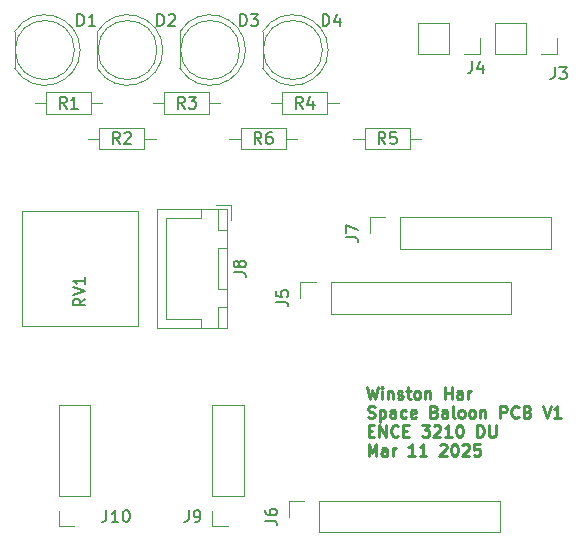
<source format=gbr>
%TF.GenerationSoftware,KiCad,Pcbnew,8.0.8*%
%TF.CreationDate,2025-03-12T17:16:12-06:00*%
%TF.ProjectId,Final_Project_Space_PCB,46696e61-6c5f-4507-926f-6a6563745f53,rev?*%
%TF.SameCoordinates,Original*%
%TF.FileFunction,Legend,Top*%
%TF.FilePolarity,Positive*%
%FSLAX46Y46*%
G04 Gerber Fmt 4.6, Leading zero omitted, Abs format (unit mm)*
G04 Created by KiCad (PCBNEW 8.0.8) date 2025-03-12 17:16:12*
%MOMM*%
%LPD*%
G01*
G04 APERTURE LIST*
%ADD10C,0.250000*%
%ADD11C,0.150000*%
%ADD12C,0.120000*%
G04 APERTURE END LIST*
D10*
X130807330Y-101034787D02*
X131045425Y-102034787D01*
X131045425Y-102034787D02*
X131235901Y-101320501D01*
X131235901Y-101320501D02*
X131426377Y-102034787D01*
X131426377Y-102034787D02*
X131664473Y-101034787D01*
X132045425Y-102034787D02*
X132045425Y-101368120D01*
X132045425Y-101034787D02*
X131997806Y-101082406D01*
X131997806Y-101082406D02*
X132045425Y-101130025D01*
X132045425Y-101130025D02*
X132093044Y-101082406D01*
X132093044Y-101082406D02*
X132045425Y-101034787D01*
X132045425Y-101034787D02*
X132045425Y-101130025D01*
X132521615Y-101368120D02*
X132521615Y-102034787D01*
X132521615Y-101463358D02*
X132569234Y-101415739D01*
X132569234Y-101415739D02*
X132664472Y-101368120D01*
X132664472Y-101368120D02*
X132807329Y-101368120D01*
X132807329Y-101368120D02*
X132902567Y-101415739D01*
X132902567Y-101415739D02*
X132950186Y-101510977D01*
X132950186Y-101510977D02*
X132950186Y-102034787D01*
X133378758Y-101987168D02*
X133473996Y-102034787D01*
X133473996Y-102034787D02*
X133664472Y-102034787D01*
X133664472Y-102034787D02*
X133759710Y-101987168D01*
X133759710Y-101987168D02*
X133807329Y-101891929D01*
X133807329Y-101891929D02*
X133807329Y-101844310D01*
X133807329Y-101844310D02*
X133759710Y-101749072D01*
X133759710Y-101749072D02*
X133664472Y-101701453D01*
X133664472Y-101701453D02*
X133521615Y-101701453D01*
X133521615Y-101701453D02*
X133426377Y-101653834D01*
X133426377Y-101653834D02*
X133378758Y-101558596D01*
X133378758Y-101558596D02*
X133378758Y-101510977D01*
X133378758Y-101510977D02*
X133426377Y-101415739D01*
X133426377Y-101415739D02*
X133521615Y-101368120D01*
X133521615Y-101368120D02*
X133664472Y-101368120D01*
X133664472Y-101368120D02*
X133759710Y-101415739D01*
X134093044Y-101368120D02*
X134473996Y-101368120D01*
X134235901Y-101034787D02*
X134235901Y-101891929D01*
X134235901Y-101891929D02*
X134283520Y-101987168D01*
X134283520Y-101987168D02*
X134378758Y-102034787D01*
X134378758Y-102034787D02*
X134473996Y-102034787D01*
X134950187Y-102034787D02*
X134854949Y-101987168D01*
X134854949Y-101987168D02*
X134807330Y-101939548D01*
X134807330Y-101939548D02*
X134759711Y-101844310D01*
X134759711Y-101844310D02*
X134759711Y-101558596D01*
X134759711Y-101558596D02*
X134807330Y-101463358D01*
X134807330Y-101463358D02*
X134854949Y-101415739D01*
X134854949Y-101415739D02*
X134950187Y-101368120D01*
X134950187Y-101368120D02*
X135093044Y-101368120D01*
X135093044Y-101368120D02*
X135188282Y-101415739D01*
X135188282Y-101415739D02*
X135235901Y-101463358D01*
X135235901Y-101463358D02*
X135283520Y-101558596D01*
X135283520Y-101558596D02*
X135283520Y-101844310D01*
X135283520Y-101844310D02*
X135235901Y-101939548D01*
X135235901Y-101939548D02*
X135188282Y-101987168D01*
X135188282Y-101987168D02*
X135093044Y-102034787D01*
X135093044Y-102034787D02*
X134950187Y-102034787D01*
X135712092Y-101368120D02*
X135712092Y-102034787D01*
X135712092Y-101463358D02*
X135759711Y-101415739D01*
X135759711Y-101415739D02*
X135854949Y-101368120D01*
X135854949Y-101368120D02*
X135997806Y-101368120D01*
X135997806Y-101368120D02*
X136093044Y-101415739D01*
X136093044Y-101415739D02*
X136140663Y-101510977D01*
X136140663Y-101510977D02*
X136140663Y-102034787D01*
X137378759Y-102034787D02*
X137378759Y-101034787D01*
X137378759Y-101510977D02*
X137950187Y-101510977D01*
X137950187Y-102034787D02*
X137950187Y-101034787D01*
X138854949Y-102034787D02*
X138854949Y-101510977D01*
X138854949Y-101510977D02*
X138807330Y-101415739D01*
X138807330Y-101415739D02*
X138712092Y-101368120D01*
X138712092Y-101368120D02*
X138521616Y-101368120D01*
X138521616Y-101368120D02*
X138426378Y-101415739D01*
X138854949Y-101987168D02*
X138759711Y-102034787D01*
X138759711Y-102034787D02*
X138521616Y-102034787D01*
X138521616Y-102034787D02*
X138426378Y-101987168D01*
X138426378Y-101987168D02*
X138378759Y-101891929D01*
X138378759Y-101891929D02*
X138378759Y-101796691D01*
X138378759Y-101796691D02*
X138426378Y-101701453D01*
X138426378Y-101701453D02*
X138521616Y-101653834D01*
X138521616Y-101653834D02*
X138759711Y-101653834D01*
X138759711Y-101653834D02*
X138854949Y-101606215D01*
X139331140Y-102034787D02*
X139331140Y-101368120D01*
X139331140Y-101558596D02*
X139378759Y-101463358D01*
X139378759Y-101463358D02*
X139426378Y-101415739D01*
X139426378Y-101415739D02*
X139521616Y-101368120D01*
X139521616Y-101368120D02*
X139616854Y-101368120D01*
X130854949Y-103597112D02*
X130997806Y-103644731D01*
X130997806Y-103644731D02*
X131235901Y-103644731D01*
X131235901Y-103644731D02*
X131331139Y-103597112D01*
X131331139Y-103597112D02*
X131378758Y-103549492D01*
X131378758Y-103549492D02*
X131426377Y-103454254D01*
X131426377Y-103454254D02*
X131426377Y-103359016D01*
X131426377Y-103359016D02*
X131378758Y-103263778D01*
X131378758Y-103263778D02*
X131331139Y-103216159D01*
X131331139Y-103216159D02*
X131235901Y-103168540D01*
X131235901Y-103168540D02*
X131045425Y-103120921D01*
X131045425Y-103120921D02*
X130950187Y-103073302D01*
X130950187Y-103073302D02*
X130902568Y-103025683D01*
X130902568Y-103025683D02*
X130854949Y-102930445D01*
X130854949Y-102930445D02*
X130854949Y-102835207D01*
X130854949Y-102835207D02*
X130902568Y-102739969D01*
X130902568Y-102739969D02*
X130950187Y-102692350D01*
X130950187Y-102692350D02*
X131045425Y-102644731D01*
X131045425Y-102644731D02*
X131283520Y-102644731D01*
X131283520Y-102644731D02*
X131426377Y-102692350D01*
X131854949Y-102978064D02*
X131854949Y-103978064D01*
X131854949Y-103025683D02*
X131950187Y-102978064D01*
X131950187Y-102978064D02*
X132140663Y-102978064D01*
X132140663Y-102978064D02*
X132235901Y-103025683D01*
X132235901Y-103025683D02*
X132283520Y-103073302D01*
X132283520Y-103073302D02*
X132331139Y-103168540D01*
X132331139Y-103168540D02*
X132331139Y-103454254D01*
X132331139Y-103454254D02*
X132283520Y-103549492D01*
X132283520Y-103549492D02*
X132235901Y-103597112D01*
X132235901Y-103597112D02*
X132140663Y-103644731D01*
X132140663Y-103644731D02*
X131950187Y-103644731D01*
X131950187Y-103644731D02*
X131854949Y-103597112D01*
X133188282Y-103644731D02*
X133188282Y-103120921D01*
X133188282Y-103120921D02*
X133140663Y-103025683D01*
X133140663Y-103025683D02*
X133045425Y-102978064D01*
X133045425Y-102978064D02*
X132854949Y-102978064D01*
X132854949Y-102978064D02*
X132759711Y-103025683D01*
X133188282Y-103597112D02*
X133093044Y-103644731D01*
X133093044Y-103644731D02*
X132854949Y-103644731D01*
X132854949Y-103644731D02*
X132759711Y-103597112D01*
X132759711Y-103597112D02*
X132712092Y-103501873D01*
X132712092Y-103501873D02*
X132712092Y-103406635D01*
X132712092Y-103406635D02*
X132759711Y-103311397D01*
X132759711Y-103311397D02*
X132854949Y-103263778D01*
X132854949Y-103263778D02*
X133093044Y-103263778D01*
X133093044Y-103263778D02*
X133188282Y-103216159D01*
X134093044Y-103597112D02*
X133997806Y-103644731D01*
X133997806Y-103644731D02*
X133807330Y-103644731D01*
X133807330Y-103644731D02*
X133712092Y-103597112D01*
X133712092Y-103597112D02*
X133664473Y-103549492D01*
X133664473Y-103549492D02*
X133616854Y-103454254D01*
X133616854Y-103454254D02*
X133616854Y-103168540D01*
X133616854Y-103168540D02*
X133664473Y-103073302D01*
X133664473Y-103073302D02*
X133712092Y-103025683D01*
X133712092Y-103025683D02*
X133807330Y-102978064D01*
X133807330Y-102978064D02*
X133997806Y-102978064D01*
X133997806Y-102978064D02*
X134093044Y-103025683D01*
X134902568Y-103597112D02*
X134807330Y-103644731D01*
X134807330Y-103644731D02*
X134616854Y-103644731D01*
X134616854Y-103644731D02*
X134521616Y-103597112D01*
X134521616Y-103597112D02*
X134473997Y-103501873D01*
X134473997Y-103501873D02*
X134473997Y-103120921D01*
X134473997Y-103120921D02*
X134521616Y-103025683D01*
X134521616Y-103025683D02*
X134616854Y-102978064D01*
X134616854Y-102978064D02*
X134807330Y-102978064D01*
X134807330Y-102978064D02*
X134902568Y-103025683D01*
X134902568Y-103025683D02*
X134950187Y-103120921D01*
X134950187Y-103120921D02*
X134950187Y-103216159D01*
X134950187Y-103216159D02*
X134473997Y-103311397D01*
X136473997Y-103120921D02*
X136616854Y-103168540D01*
X136616854Y-103168540D02*
X136664473Y-103216159D01*
X136664473Y-103216159D02*
X136712092Y-103311397D01*
X136712092Y-103311397D02*
X136712092Y-103454254D01*
X136712092Y-103454254D02*
X136664473Y-103549492D01*
X136664473Y-103549492D02*
X136616854Y-103597112D01*
X136616854Y-103597112D02*
X136521616Y-103644731D01*
X136521616Y-103644731D02*
X136140664Y-103644731D01*
X136140664Y-103644731D02*
X136140664Y-102644731D01*
X136140664Y-102644731D02*
X136473997Y-102644731D01*
X136473997Y-102644731D02*
X136569235Y-102692350D01*
X136569235Y-102692350D02*
X136616854Y-102739969D01*
X136616854Y-102739969D02*
X136664473Y-102835207D01*
X136664473Y-102835207D02*
X136664473Y-102930445D01*
X136664473Y-102930445D02*
X136616854Y-103025683D01*
X136616854Y-103025683D02*
X136569235Y-103073302D01*
X136569235Y-103073302D02*
X136473997Y-103120921D01*
X136473997Y-103120921D02*
X136140664Y-103120921D01*
X137569235Y-103644731D02*
X137569235Y-103120921D01*
X137569235Y-103120921D02*
X137521616Y-103025683D01*
X137521616Y-103025683D02*
X137426378Y-102978064D01*
X137426378Y-102978064D02*
X137235902Y-102978064D01*
X137235902Y-102978064D02*
X137140664Y-103025683D01*
X137569235Y-103597112D02*
X137473997Y-103644731D01*
X137473997Y-103644731D02*
X137235902Y-103644731D01*
X137235902Y-103644731D02*
X137140664Y-103597112D01*
X137140664Y-103597112D02*
X137093045Y-103501873D01*
X137093045Y-103501873D02*
X137093045Y-103406635D01*
X137093045Y-103406635D02*
X137140664Y-103311397D01*
X137140664Y-103311397D02*
X137235902Y-103263778D01*
X137235902Y-103263778D02*
X137473997Y-103263778D01*
X137473997Y-103263778D02*
X137569235Y-103216159D01*
X138188283Y-103644731D02*
X138093045Y-103597112D01*
X138093045Y-103597112D02*
X138045426Y-103501873D01*
X138045426Y-103501873D02*
X138045426Y-102644731D01*
X138712093Y-103644731D02*
X138616855Y-103597112D01*
X138616855Y-103597112D02*
X138569236Y-103549492D01*
X138569236Y-103549492D02*
X138521617Y-103454254D01*
X138521617Y-103454254D02*
X138521617Y-103168540D01*
X138521617Y-103168540D02*
X138569236Y-103073302D01*
X138569236Y-103073302D02*
X138616855Y-103025683D01*
X138616855Y-103025683D02*
X138712093Y-102978064D01*
X138712093Y-102978064D02*
X138854950Y-102978064D01*
X138854950Y-102978064D02*
X138950188Y-103025683D01*
X138950188Y-103025683D02*
X138997807Y-103073302D01*
X138997807Y-103073302D02*
X139045426Y-103168540D01*
X139045426Y-103168540D02*
X139045426Y-103454254D01*
X139045426Y-103454254D02*
X138997807Y-103549492D01*
X138997807Y-103549492D02*
X138950188Y-103597112D01*
X138950188Y-103597112D02*
X138854950Y-103644731D01*
X138854950Y-103644731D02*
X138712093Y-103644731D01*
X139616855Y-103644731D02*
X139521617Y-103597112D01*
X139521617Y-103597112D02*
X139473998Y-103549492D01*
X139473998Y-103549492D02*
X139426379Y-103454254D01*
X139426379Y-103454254D02*
X139426379Y-103168540D01*
X139426379Y-103168540D02*
X139473998Y-103073302D01*
X139473998Y-103073302D02*
X139521617Y-103025683D01*
X139521617Y-103025683D02*
X139616855Y-102978064D01*
X139616855Y-102978064D02*
X139759712Y-102978064D01*
X139759712Y-102978064D02*
X139854950Y-103025683D01*
X139854950Y-103025683D02*
X139902569Y-103073302D01*
X139902569Y-103073302D02*
X139950188Y-103168540D01*
X139950188Y-103168540D02*
X139950188Y-103454254D01*
X139950188Y-103454254D02*
X139902569Y-103549492D01*
X139902569Y-103549492D02*
X139854950Y-103597112D01*
X139854950Y-103597112D02*
X139759712Y-103644731D01*
X139759712Y-103644731D02*
X139616855Y-103644731D01*
X140378760Y-102978064D02*
X140378760Y-103644731D01*
X140378760Y-103073302D02*
X140426379Y-103025683D01*
X140426379Y-103025683D02*
X140521617Y-102978064D01*
X140521617Y-102978064D02*
X140664474Y-102978064D01*
X140664474Y-102978064D02*
X140759712Y-103025683D01*
X140759712Y-103025683D02*
X140807331Y-103120921D01*
X140807331Y-103120921D02*
X140807331Y-103644731D01*
X142045427Y-103644731D02*
X142045427Y-102644731D01*
X142045427Y-102644731D02*
X142426379Y-102644731D01*
X142426379Y-102644731D02*
X142521617Y-102692350D01*
X142521617Y-102692350D02*
X142569236Y-102739969D01*
X142569236Y-102739969D02*
X142616855Y-102835207D01*
X142616855Y-102835207D02*
X142616855Y-102978064D01*
X142616855Y-102978064D02*
X142569236Y-103073302D01*
X142569236Y-103073302D02*
X142521617Y-103120921D01*
X142521617Y-103120921D02*
X142426379Y-103168540D01*
X142426379Y-103168540D02*
X142045427Y-103168540D01*
X143616855Y-103549492D02*
X143569236Y-103597112D01*
X143569236Y-103597112D02*
X143426379Y-103644731D01*
X143426379Y-103644731D02*
X143331141Y-103644731D01*
X143331141Y-103644731D02*
X143188284Y-103597112D01*
X143188284Y-103597112D02*
X143093046Y-103501873D01*
X143093046Y-103501873D02*
X143045427Y-103406635D01*
X143045427Y-103406635D02*
X142997808Y-103216159D01*
X142997808Y-103216159D02*
X142997808Y-103073302D01*
X142997808Y-103073302D02*
X143045427Y-102882826D01*
X143045427Y-102882826D02*
X143093046Y-102787588D01*
X143093046Y-102787588D02*
X143188284Y-102692350D01*
X143188284Y-102692350D02*
X143331141Y-102644731D01*
X143331141Y-102644731D02*
X143426379Y-102644731D01*
X143426379Y-102644731D02*
X143569236Y-102692350D01*
X143569236Y-102692350D02*
X143616855Y-102739969D01*
X144378760Y-103120921D02*
X144521617Y-103168540D01*
X144521617Y-103168540D02*
X144569236Y-103216159D01*
X144569236Y-103216159D02*
X144616855Y-103311397D01*
X144616855Y-103311397D02*
X144616855Y-103454254D01*
X144616855Y-103454254D02*
X144569236Y-103549492D01*
X144569236Y-103549492D02*
X144521617Y-103597112D01*
X144521617Y-103597112D02*
X144426379Y-103644731D01*
X144426379Y-103644731D02*
X144045427Y-103644731D01*
X144045427Y-103644731D02*
X144045427Y-102644731D01*
X144045427Y-102644731D02*
X144378760Y-102644731D01*
X144378760Y-102644731D02*
X144473998Y-102692350D01*
X144473998Y-102692350D02*
X144521617Y-102739969D01*
X144521617Y-102739969D02*
X144569236Y-102835207D01*
X144569236Y-102835207D02*
X144569236Y-102930445D01*
X144569236Y-102930445D02*
X144521617Y-103025683D01*
X144521617Y-103025683D02*
X144473998Y-103073302D01*
X144473998Y-103073302D02*
X144378760Y-103120921D01*
X144378760Y-103120921D02*
X144045427Y-103120921D01*
X145664475Y-102644731D02*
X145997808Y-103644731D01*
X145997808Y-103644731D02*
X146331141Y-102644731D01*
X147188284Y-103644731D02*
X146616856Y-103644731D01*
X146902570Y-103644731D02*
X146902570Y-102644731D01*
X146902570Y-102644731D02*
X146807332Y-102787588D01*
X146807332Y-102787588D02*
X146712094Y-102882826D01*
X146712094Y-102882826D02*
X146616856Y-102930445D01*
X130902568Y-104730865D02*
X131235901Y-104730865D01*
X131378758Y-105254675D02*
X130902568Y-105254675D01*
X130902568Y-105254675D02*
X130902568Y-104254675D01*
X130902568Y-104254675D02*
X131378758Y-104254675D01*
X131807330Y-105254675D02*
X131807330Y-104254675D01*
X131807330Y-104254675D02*
X132378758Y-105254675D01*
X132378758Y-105254675D02*
X132378758Y-104254675D01*
X133426377Y-105159436D02*
X133378758Y-105207056D01*
X133378758Y-105207056D02*
X133235901Y-105254675D01*
X133235901Y-105254675D02*
X133140663Y-105254675D01*
X133140663Y-105254675D02*
X132997806Y-105207056D01*
X132997806Y-105207056D02*
X132902568Y-105111817D01*
X132902568Y-105111817D02*
X132854949Y-105016579D01*
X132854949Y-105016579D02*
X132807330Y-104826103D01*
X132807330Y-104826103D02*
X132807330Y-104683246D01*
X132807330Y-104683246D02*
X132854949Y-104492770D01*
X132854949Y-104492770D02*
X132902568Y-104397532D01*
X132902568Y-104397532D02*
X132997806Y-104302294D01*
X132997806Y-104302294D02*
X133140663Y-104254675D01*
X133140663Y-104254675D02*
X133235901Y-104254675D01*
X133235901Y-104254675D02*
X133378758Y-104302294D01*
X133378758Y-104302294D02*
X133426377Y-104349913D01*
X133854949Y-104730865D02*
X134188282Y-104730865D01*
X134331139Y-105254675D02*
X133854949Y-105254675D01*
X133854949Y-105254675D02*
X133854949Y-104254675D01*
X133854949Y-104254675D02*
X134331139Y-104254675D01*
X135426378Y-104254675D02*
X136045425Y-104254675D01*
X136045425Y-104254675D02*
X135712092Y-104635627D01*
X135712092Y-104635627D02*
X135854949Y-104635627D01*
X135854949Y-104635627D02*
X135950187Y-104683246D01*
X135950187Y-104683246D02*
X135997806Y-104730865D01*
X135997806Y-104730865D02*
X136045425Y-104826103D01*
X136045425Y-104826103D02*
X136045425Y-105064198D01*
X136045425Y-105064198D02*
X135997806Y-105159436D01*
X135997806Y-105159436D02*
X135950187Y-105207056D01*
X135950187Y-105207056D02*
X135854949Y-105254675D01*
X135854949Y-105254675D02*
X135569235Y-105254675D01*
X135569235Y-105254675D02*
X135473997Y-105207056D01*
X135473997Y-105207056D02*
X135426378Y-105159436D01*
X136426378Y-104349913D02*
X136473997Y-104302294D01*
X136473997Y-104302294D02*
X136569235Y-104254675D01*
X136569235Y-104254675D02*
X136807330Y-104254675D01*
X136807330Y-104254675D02*
X136902568Y-104302294D01*
X136902568Y-104302294D02*
X136950187Y-104349913D01*
X136950187Y-104349913D02*
X136997806Y-104445151D01*
X136997806Y-104445151D02*
X136997806Y-104540389D01*
X136997806Y-104540389D02*
X136950187Y-104683246D01*
X136950187Y-104683246D02*
X136378759Y-105254675D01*
X136378759Y-105254675D02*
X136997806Y-105254675D01*
X137950187Y-105254675D02*
X137378759Y-105254675D01*
X137664473Y-105254675D02*
X137664473Y-104254675D01*
X137664473Y-104254675D02*
X137569235Y-104397532D01*
X137569235Y-104397532D02*
X137473997Y-104492770D01*
X137473997Y-104492770D02*
X137378759Y-104540389D01*
X138569235Y-104254675D02*
X138664473Y-104254675D01*
X138664473Y-104254675D02*
X138759711Y-104302294D01*
X138759711Y-104302294D02*
X138807330Y-104349913D01*
X138807330Y-104349913D02*
X138854949Y-104445151D01*
X138854949Y-104445151D02*
X138902568Y-104635627D01*
X138902568Y-104635627D02*
X138902568Y-104873722D01*
X138902568Y-104873722D02*
X138854949Y-105064198D01*
X138854949Y-105064198D02*
X138807330Y-105159436D01*
X138807330Y-105159436D02*
X138759711Y-105207056D01*
X138759711Y-105207056D02*
X138664473Y-105254675D01*
X138664473Y-105254675D02*
X138569235Y-105254675D01*
X138569235Y-105254675D02*
X138473997Y-105207056D01*
X138473997Y-105207056D02*
X138426378Y-105159436D01*
X138426378Y-105159436D02*
X138378759Y-105064198D01*
X138378759Y-105064198D02*
X138331140Y-104873722D01*
X138331140Y-104873722D02*
X138331140Y-104635627D01*
X138331140Y-104635627D02*
X138378759Y-104445151D01*
X138378759Y-104445151D02*
X138426378Y-104349913D01*
X138426378Y-104349913D02*
X138473997Y-104302294D01*
X138473997Y-104302294D02*
X138569235Y-104254675D01*
X140093045Y-105254675D02*
X140093045Y-104254675D01*
X140093045Y-104254675D02*
X140331140Y-104254675D01*
X140331140Y-104254675D02*
X140473997Y-104302294D01*
X140473997Y-104302294D02*
X140569235Y-104397532D01*
X140569235Y-104397532D02*
X140616854Y-104492770D01*
X140616854Y-104492770D02*
X140664473Y-104683246D01*
X140664473Y-104683246D02*
X140664473Y-104826103D01*
X140664473Y-104826103D02*
X140616854Y-105016579D01*
X140616854Y-105016579D02*
X140569235Y-105111817D01*
X140569235Y-105111817D02*
X140473997Y-105207056D01*
X140473997Y-105207056D02*
X140331140Y-105254675D01*
X140331140Y-105254675D02*
X140093045Y-105254675D01*
X141093045Y-104254675D02*
X141093045Y-105064198D01*
X141093045Y-105064198D02*
X141140664Y-105159436D01*
X141140664Y-105159436D02*
X141188283Y-105207056D01*
X141188283Y-105207056D02*
X141283521Y-105254675D01*
X141283521Y-105254675D02*
X141473997Y-105254675D01*
X141473997Y-105254675D02*
X141569235Y-105207056D01*
X141569235Y-105207056D02*
X141616854Y-105159436D01*
X141616854Y-105159436D02*
X141664473Y-105064198D01*
X141664473Y-105064198D02*
X141664473Y-104254675D01*
X130902568Y-106864619D02*
X130902568Y-105864619D01*
X130902568Y-105864619D02*
X131235901Y-106578904D01*
X131235901Y-106578904D02*
X131569234Y-105864619D01*
X131569234Y-105864619D02*
X131569234Y-106864619D01*
X132473996Y-106864619D02*
X132473996Y-106340809D01*
X132473996Y-106340809D02*
X132426377Y-106245571D01*
X132426377Y-106245571D02*
X132331139Y-106197952D01*
X132331139Y-106197952D02*
X132140663Y-106197952D01*
X132140663Y-106197952D02*
X132045425Y-106245571D01*
X132473996Y-106817000D02*
X132378758Y-106864619D01*
X132378758Y-106864619D02*
X132140663Y-106864619D01*
X132140663Y-106864619D02*
X132045425Y-106817000D01*
X132045425Y-106817000D02*
X131997806Y-106721761D01*
X131997806Y-106721761D02*
X131997806Y-106626523D01*
X131997806Y-106626523D02*
X132045425Y-106531285D01*
X132045425Y-106531285D02*
X132140663Y-106483666D01*
X132140663Y-106483666D02*
X132378758Y-106483666D01*
X132378758Y-106483666D02*
X132473996Y-106436047D01*
X132950187Y-106864619D02*
X132950187Y-106197952D01*
X132950187Y-106388428D02*
X132997806Y-106293190D01*
X132997806Y-106293190D02*
X133045425Y-106245571D01*
X133045425Y-106245571D02*
X133140663Y-106197952D01*
X133140663Y-106197952D02*
X133235901Y-106197952D01*
X134854949Y-106864619D02*
X134283521Y-106864619D01*
X134569235Y-106864619D02*
X134569235Y-105864619D01*
X134569235Y-105864619D02*
X134473997Y-106007476D01*
X134473997Y-106007476D02*
X134378759Y-106102714D01*
X134378759Y-106102714D02*
X134283521Y-106150333D01*
X135807330Y-106864619D02*
X135235902Y-106864619D01*
X135521616Y-106864619D02*
X135521616Y-105864619D01*
X135521616Y-105864619D02*
X135426378Y-106007476D01*
X135426378Y-106007476D02*
X135331140Y-106102714D01*
X135331140Y-106102714D02*
X135235902Y-106150333D01*
X136950188Y-105959857D02*
X136997807Y-105912238D01*
X136997807Y-105912238D02*
X137093045Y-105864619D01*
X137093045Y-105864619D02*
X137331140Y-105864619D01*
X137331140Y-105864619D02*
X137426378Y-105912238D01*
X137426378Y-105912238D02*
X137473997Y-105959857D01*
X137473997Y-105959857D02*
X137521616Y-106055095D01*
X137521616Y-106055095D02*
X137521616Y-106150333D01*
X137521616Y-106150333D02*
X137473997Y-106293190D01*
X137473997Y-106293190D02*
X136902569Y-106864619D01*
X136902569Y-106864619D02*
X137521616Y-106864619D01*
X138140664Y-105864619D02*
X138235902Y-105864619D01*
X138235902Y-105864619D02*
X138331140Y-105912238D01*
X138331140Y-105912238D02*
X138378759Y-105959857D01*
X138378759Y-105959857D02*
X138426378Y-106055095D01*
X138426378Y-106055095D02*
X138473997Y-106245571D01*
X138473997Y-106245571D02*
X138473997Y-106483666D01*
X138473997Y-106483666D02*
X138426378Y-106674142D01*
X138426378Y-106674142D02*
X138378759Y-106769380D01*
X138378759Y-106769380D02*
X138331140Y-106817000D01*
X138331140Y-106817000D02*
X138235902Y-106864619D01*
X138235902Y-106864619D02*
X138140664Y-106864619D01*
X138140664Y-106864619D02*
X138045426Y-106817000D01*
X138045426Y-106817000D02*
X137997807Y-106769380D01*
X137997807Y-106769380D02*
X137950188Y-106674142D01*
X137950188Y-106674142D02*
X137902569Y-106483666D01*
X137902569Y-106483666D02*
X137902569Y-106245571D01*
X137902569Y-106245571D02*
X137950188Y-106055095D01*
X137950188Y-106055095D02*
X137997807Y-105959857D01*
X137997807Y-105959857D02*
X138045426Y-105912238D01*
X138045426Y-105912238D02*
X138140664Y-105864619D01*
X138854950Y-105959857D02*
X138902569Y-105912238D01*
X138902569Y-105912238D02*
X138997807Y-105864619D01*
X138997807Y-105864619D02*
X139235902Y-105864619D01*
X139235902Y-105864619D02*
X139331140Y-105912238D01*
X139331140Y-105912238D02*
X139378759Y-105959857D01*
X139378759Y-105959857D02*
X139426378Y-106055095D01*
X139426378Y-106055095D02*
X139426378Y-106150333D01*
X139426378Y-106150333D02*
X139378759Y-106293190D01*
X139378759Y-106293190D02*
X138807331Y-106864619D01*
X138807331Y-106864619D02*
X139426378Y-106864619D01*
X140331140Y-105864619D02*
X139854950Y-105864619D01*
X139854950Y-105864619D02*
X139807331Y-106340809D01*
X139807331Y-106340809D02*
X139854950Y-106293190D01*
X139854950Y-106293190D02*
X139950188Y-106245571D01*
X139950188Y-106245571D02*
X140188283Y-106245571D01*
X140188283Y-106245571D02*
X140283521Y-106293190D01*
X140283521Y-106293190D02*
X140331140Y-106340809D01*
X140331140Y-106340809D02*
X140378759Y-106436047D01*
X140378759Y-106436047D02*
X140378759Y-106674142D01*
X140378759Y-106674142D02*
X140331140Y-106769380D01*
X140331140Y-106769380D02*
X140283521Y-106817000D01*
X140283521Y-106817000D02*
X140188283Y-106864619D01*
X140188283Y-106864619D02*
X139950188Y-106864619D01*
X139950188Y-106864619D02*
X139854950Y-106817000D01*
X139854950Y-106817000D02*
X139807331Y-106769380D01*
D11*
X120026905Y-70454819D02*
X120026905Y-69454819D01*
X120026905Y-69454819D02*
X120265000Y-69454819D01*
X120265000Y-69454819D02*
X120407857Y-69502438D01*
X120407857Y-69502438D02*
X120503095Y-69597676D01*
X120503095Y-69597676D02*
X120550714Y-69692914D01*
X120550714Y-69692914D02*
X120598333Y-69883390D01*
X120598333Y-69883390D02*
X120598333Y-70026247D01*
X120598333Y-70026247D02*
X120550714Y-70216723D01*
X120550714Y-70216723D02*
X120503095Y-70311961D01*
X120503095Y-70311961D02*
X120407857Y-70407200D01*
X120407857Y-70407200D02*
X120265000Y-70454819D01*
X120265000Y-70454819D02*
X120026905Y-70454819D01*
X120931667Y-69454819D02*
X121550714Y-69454819D01*
X121550714Y-69454819D02*
X121217381Y-69835771D01*
X121217381Y-69835771D02*
X121360238Y-69835771D01*
X121360238Y-69835771D02*
X121455476Y-69883390D01*
X121455476Y-69883390D02*
X121503095Y-69931009D01*
X121503095Y-69931009D02*
X121550714Y-70026247D01*
X121550714Y-70026247D02*
X121550714Y-70264342D01*
X121550714Y-70264342D02*
X121503095Y-70359580D01*
X121503095Y-70359580D02*
X121455476Y-70407200D01*
X121455476Y-70407200D02*
X121360238Y-70454819D01*
X121360238Y-70454819D02*
X121074524Y-70454819D01*
X121074524Y-70454819D02*
X120979286Y-70407200D01*
X120979286Y-70407200D02*
X120931667Y-70359580D01*
X125333333Y-77454819D02*
X125000000Y-76978628D01*
X124761905Y-77454819D02*
X124761905Y-76454819D01*
X124761905Y-76454819D02*
X125142857Y-76454819D01*
X125142857Y-76454819D02*
X125238095Y-76502438D01*
X125238095Y-76502438D02*
X125285714Y-76550057D01*
X125285714Y-76550057D02*
X125333333Y-76645295D01*
X125333333Y-76645295D02*
X125333333Y-76788152D01*
X125333333Y-76788152D02*
X125285714Y-76883390D01*
X125285714Y-76883390D02*
X125238095Y-76931009D01*
X125238095Y-76931009D02*
X125142857Y-76978628D01*
X125142857Y-76978628D02*
X124761905Y-76978628D01*
X126190476Y-76788152D02*
X126190476Y-77454819D01*
X125952381Y-76407200D02*
X125714286Y-77121485D01*
X125714286Y-77121485D02*
X126333333Y-77121485D01*
X127026905Y-70454819D02*
X127026905Y-69454819D01*
X127026905Y-69454819D02*
X127265000Y-69454819D01*
X127265000Y-69454819D02*
X127407857Y-69502438D01*
X127407857Y-69502438D02*
X127503095Y-69597676D01*
X127503095Y-69597676D02*
X127550714Y-69692914D01*
X127550714Y-69692914D02*
X127598333Y-69883390D01*
X127598333Y-69883390D02*
X127598333Y-70026247D01*
X127598333Y-70026247D02*
X127550714Y-70216723D01*
X127550714Y-70216723D02*
X127503095Y-70311961D01*
X127503095Y-70311961D02*
X127407857Y-70407200D01*
X127407857Y-70407200D02*
X127265000Y-70454819D01*
X127265000Y-70454819D02*
X127026905Y-70454819D01*
X128455476Y-69788152D02*
X128455476Y-70454819D01*
X128217381Y-69407200D02*
X127979286Y-70121485D01*
X127979286Y-70121485D02*
X128598333Y-70121485D01*
X139666666Y-73454819D02*
X139666666Y-74169104D01*
X139666666Y-74169104D02*
X139619047Y-74311961D01*
X139619047Y-74311961D02*
X139523809Y-74407200D01*
X139523809Y-74407200D02*
X139380952Y-74454819D01*
X139380952Y-74454819D02*
X139285714Y-74454819D01*
X140571428Y-73788152D02*
X140571428Y-74454819D01*
X140333333Y-73407200D02*
X140095238Y-74121485D01*
X140095238Y-74121485D02*
X140714285Y-74121485D01*
X115666666Y-111454819D02*
X115666666Y-112169104D01*
X115666666Y-112169104D02*
X115619047Y-112311961D01*
X115619047Y-112311961D02*
X115523809Y-112407200D01*
X115523809Y-112407200D02*
X115380952Y-112454819D01*
X115380952Y-112454819D02*
X115285714Y-112454819D01*
X116190476Y-112454819D02*
X116380952Y-112454819D01*
X116380952Y-112454819D02*
X116476190Y-112407200D01*
X116476190Y-112407200D02*
X116523809Y-112359580D01*
X116523809Y-112359580D02*
X116619047Y-112216723D01*
X116619047Y-112216723D02*
X116666666Y-112026247D01*
X116666666Y-112026247D02*
X116666666Y-111645295D01*
X116666666Y-111645295D02*
X116619047Y-111550057D01*
X116619047Y-111550057D02*
X116571428Y-111502438D01*
X116571428Y-111502438D02*
X116476190Y-111454819D01*
X116476190Y-111454819D02*
X116285714Y-111454819D01*
X116285714Y-111454819D02*
X116190476Y-111502438D01*
X116190476Y-111502438D02*
X116142857Y-111550057D01*
X116142857Y-111550057D02*
X116095238Y-111645295D01*
X116095238Y-111645295D02*
X116095238Y-111883390D01*
X116095238Y-111883390D02*
X116142857Y-111978628D01*
X116142857Y-111978628D02*
X116190476Y-112026247D01*
X116190476Y-112026247D02*
X116285714Y-112073866D01*
X116285714Y-112073866D02*
X116476190Y-112073866D01*
X116476190Y-112073866D02*
X116571428Y-112026247D01*
X116571428Y-112026247D02*
X116619047Y-111978628D01*
X116619047Y-111978628D02*
X116666666Y-111883390D01*
X122144819Y-112333333D02*
X122859104Y-112333333D01*
X122859104Y-112333333D02*
X123001961Y-112380952D01*
X123001961Y-112380952D02*
X123097200Y-112476190D01*
X123097200Y-112476190D02*
X123144819Y-112619047D01*
X123144819Y-112619047D02*
X123144819Y-112714285D01*
X122144819Y-111428571D02*
X122144819Y-111619047D01*
X122144819Y-111619047D02*
X122192438Y-111714285D01*
X122192438Y-111714285D02*
X122240057Y-111761904D01*
X122240057Y-111761904D02*
X122382914Y-111857142D01*
X122382914Y-111857142D02*
X122573390Y-111904761D01*
X122573390Y-111904761D02*
X122954342Y-111904761D01*
X122954342Y-111904761D02*
X123049580Y-111857142D01*
X123049580Y-111857142D02*
X123097200Y-111809523D01*
X123097200Y-111809523D02*
X123144819Y-111714285D01*
X123144819Y-111714285D02*
X123144819Y-111523809D01*
X123144819Y-111523809D02*
X123097200Y-111428571D01*
X123097200Y-111428571D02*
X123049580Y-111380952D01*
X123049580Y-111380952D02*
X122954342Y-111333333D01*
X122954342Y-111333333D02*
X122716247Y-111333333D01*
X122716247Y-111333333D02*
X122621009Y-111380952D01*
X122621009Y-111380952D02*
X122573390Y-111428571D01*
X122573390Y-111428571D02*
X122525771Y-111523809D01*
X122525771Y-111523809D02*
X122525771Y-111714285D01*
X122525771Y-111714285D02*
X122573390Y-111809523D01*
X122573390Y-111809523D02*
X122621009Y-111857142D01*
X122621009Y-111857142D02*
X122716247Y-111904761D01*
X105333333Y-77454819D02*
X105000000Y-76978628D01*
X104761905Y-77454819D02*
X104761905Y-76454819D01*
X104761905Y-76454819D02*
X105142857Y-76454819D01*
X105142857Y-76454819D02*
X105238095Y-76502438D01*
X105238095Y-76502438D02*
X105285714Y-76550057D01*
X105285714Y-76550057D02*
X105333333Y-76645295D01*
X105333333Y-76645295D02*
X105333333Y-76788152D01*
X105333333Y-76788152D02*
X105285714Y-76883390D01*
X105285714Y-76883390D02*
X105238095Y-76931009D01*
X105238095Y-76931009D02*
X105142857Y-76978628D01*
X105142857Y-76978628D02*
X104761905Y-76978628D01*
X106285714Y-77454819D02*
X105714286Y-77454819D01*
X106000000Y-77454819D02*
X106000000Y-76454819D01*
X106000000Y-76454819D02*
X105904762Y-76597676D01*
X105904762Y-76597676D02*
X105809524Y-76692914D01*
X105809524Y-76692914D02*
X105714286Y-76740533D01*
X106914819Y-93555238D02*
X106438628Y-93888571D01*
X106914819Y-94126666D02*
X105914819Y-94126666D01*
X105914819Y-94126666D02*
X105914819Y-93745714D01*
X105914819Y-93745714D02*
X105962438Y-93650476D01*
X105962438Y-93650476D02*
X106010057Y-93602857D01*
X106010057Y-93602857D02*
X106105295Y-93555238D01*
X106105295Y-93555238D02*
X106248152Y-93555238D01*
X106248152Y-93555238D02*
X106343390Y-93602857D01*
X106343390Y-93602857D02*
X106391009Y-93650476D01*
X106391009Y-93650476D02*
X106438628Y-93745714D01*
X106438628Y-93745714D02*
X106438628Y-94126666D01*
X105914819Y-93269523D02*
X106914819Y-92936190D01*
X106914819Y-92936190D02*
X105914819Y-92602857D01*
X106914819Y-91745714D02*
X106914819Y-92317142D01*
X106914819Y-92031428D02*
X105914819Y-92031428D01*
X105914819Y-92031428D02*
X106057676Y-92126666D01*
X106057676Y-92126666D02*
X106152914Y-92221904D01*
X106152914Y-92221904D02*
X106200533Y-92317142D01*
X106261905Y-70454819D02*
X106261905Y-69454819D01*
X106261905Y-69454819D02*
X106500000Y-69454819D01*
X106500000Y-69454819D02*
X106642857Y-69502438D01*
X106642857Y-69502438D02*
X106738095Y-69597676D01*
X106738095Y-69597676D02*
X106785714Y-69692914D01*
X106785714Y-69692914D02*
X106833333Y-69883390D01*
X106833333Y-69883390D02*
X106833333Y-70026247D01*
X106833333Y-70026247D02*
X106785714Y-70216723D01*
X106785714Y-70216723D02*
X106738095Y-70311961D01*
X106738095Y-70311961D02*
X106642857Y-70407200D01*
X106642857Y-70407200D02*
X106500000Y-70454819D01*
X106500000Y-70454819D02*
X106261905Y-70454819D01*
X107785714Y-70454819D02*
X107214286Y-70454819D01*
X107500000Y-70454819D02*
X107500000Y-69454819D01*
X107500000Y-69454819D02*
X107404762Y-69597676D01*
X107404762Y-69597676D02*
X107309524Y-69692914D01*
X107309524Y-69692914D02*
X107214286Y-69740533D01*
X146666666Y-73954819D02*
X146666666Y-74669104D01*
X146666666Y-74669104D02*
X146619047Y-74811961D01*
X146619047Y-74811961D02*
X146523809Y-74907200D01*
X146523809Y-74907200D02*
X146380952Y-74954819D01*
X146380952Y-74954819D02*
X146285714Y-74954819D01*
X147047619Y-73954819D02*
X147666666Y-73954819D01*
X147666666Y-73954819D02*
X147333333Y-74335771D01*
X147333333Y-74335771D02*
X147476190Y-74335771D01*
X147476190Y-74335771D02*
X147571428Y-74383390D01*
X147571428Y-74383390D02*
X147619047Y-74431009D01*
X147619047Y-74431009D02*
X147666666Y-74526247D01*
X147666666Y-74526247D02*
X147666666Y-74764342D01*
X147666666Y-74764342D02*
X147619047Y-74859580D01*
X147619047Y-74859580D02*
X147571428Y-74907200D01*
X147571428Y-74907200D02*
X147476190Y-74954819D01*
X147476190Y-74954819D02*
X147190476Y-74954819D01*
X147190476Y-74954819D02*
X147095238Y-74907200D01*
X147095238Y-74907200D02*
X147047619Y-74859580D01*
X121833333Y-80454819D02*
X121500000Y-79978628D01*
X121261905Y-80454819D02*
X121261905Y-79454819D01*
X121261905Y-79454819D02*
X121642857Y-79454819D01*
X121642857Y-79454819D02*
X121738095Y-79502438D01*
X121738095Y-79502438D02*
X121785714Y-79550057D01*
X121785714Y-79550057D02*
X121833333Y-79645295D01*
X121833333Y-79645295D02*
X121833333Y-79788152D01*
X121833333Y-79788152D02*
X121785714Y-79883390D01*
X121785714Y-79883390D02*
X121738095Y-79931009D01*
X121738095Y-79931009D02*
X121642857Y-79978628D01*
X121642857Y-79978628D02*
X121261905Y-79978628D01*
X122690476Y-79454819D02*
X122500000Y-79454819D01*
X122500000Y-79454819D02*
X122404762Y-79502438D01*
X122404762Y-79502438D02*
X122357143Y-79550057D01*
X122357143Y-79550057D02*
X122261905Y-79692914D01*
X122261905Y-79692914D02*
X122214286Y-79883390D01*
X122214286Y-79883390D02*
X122214286Y-80264342D01*
X122214286Y-80264342D02*
X122261905Y-80359580D01*
X122261905Y-80359580D02*
X122309524Y-80407200D01*
X122309524Y-80407200D02*
X122404762Y-80454819D01*
X122404762Y-80454819D02*
X122595238Y-80454819D01*
X122595238Y-80454819D02*
X122690476Y-80407200D01*
X122690476Y-80407200D02*
X122738095Y-80359580D01*
X122738095Y-80359580D02*
X122785714Y-80264342D01*
X122785714Y-80264342D02*
X122785714Y-80026247D01*
X122785714Y-80026247D02*
X122738095Y-79931009D01*
X122738095Y-79931009D02*
X122690476Y-79883390D01*
X122690476Y-79883390D02*
X122595238Y-79835771D01*
X122595238Y-79835771D02*
X122404762Y-79835771D01*
X122404762Y-79835771D02*
X122309524Y-79883390D01*
X122309524Y-79883390D02*
X122261905Y-79931009D01*
X122261905Y-79931009D02*
X122214286Y-80026247D01*
X129024819Y-88333333D02*
X129739104Y-88333333D01*
X129739104Y-88333333D02*
X129881961Y-88380952D01*
X129881961Y-88380952D02*
X129977200Y-88476190D01*
X129977200Y-88476190D02*
X130024819Y-88619047D01*
X130024819Y-88619047D02*
X130024819Y-88714285D01*
X129024819Y-87952380D02*
X129024819Y-87285714D01*
X129024819Y-87285714D02*
X130024819Y-87714285D01*
X115333333Y-77454819D02*
X115000000Y-76978628D01*
X114761905Y-77454819D02*
X114761905Y-76454819D01*
X114761905Y-76454819D02*
X115142857Y-76454819D01*
X115142857Y-76454819D02*
X115238095Y-76502438D01*
X115238095Y-76502438D02*
X115285714Y-76550057D01*
X115285714Y-76550057D02*
X115333333Y-76645295D01*
X115333333Y-76645295D02*
X115333333Y-76788152D01*
X115333333Y-76788152D02*
X115285714Y-76883390D01*
X115285714Y-76883390D02*
X115238095Y-76931009D01*
X115238095Y-76931009D02*
X115142857Y-76978628D01*
X115142857Y-76978628D02*
X114761905Y-76978628D01*
X115666667Y-76454819D02*
X116285714Y-76454819D01*
X116285714Y-76454819D02*
X115952381Y-76835771D01*
X115952381Y-76835771D02*
X116095238Y-76835771D01*
X116095238Y-76835771D02*
X116190476Y-76883390D01*
X116190476Y-76883390D02*
X116238095Y-76931009D01*
X116238095Y-76931009D02*
X116285714Y-77026247D01*
X116285714Y-77026247D02*
X116285714Y-77264342D01*
X116285714Y-77264342D02*
X116238095Y-77359580D01*
X116238095Y-77359580D02*
X116190476Y-77407200D01*
X116190476Y-77407200D02*
X116095238Y-77454819D01*
X116095238Y-77454819D02*
X115809524Y-77454819D01*
X115809524Y-77454819D02*
X115714286Y-77407200D01*
X115714286Y-77407200D02*
X115666667Y-77359580D01*
X132333333Y-80454819D02*
X132000000Y-79978628D01*
X131761905Y-80454819D02*
X131761905Y-79454819D01*
X131761905Y-79454819D02*
X132142857Y-79454819D01*
X132142857Y-79454819D02*
X132238095Y-79502438D01*
X132238095Y-79502438D02*
X132285714Y-79550057D01*
X132285714Y-79550057D02*
X132333333Y-79645295D01*
X132333333Y-79645295D02*
X132333333Y-79788152D01*
X132333333Y-79788152D02*
X132285714Y-79883390D01*
X132285714Y-79883390D02*
X132238095Y-79931009D01*
X132238095Y-79931009D02*
X132142857Y-79978628D01*
X132142857Y-79978628D02*
X131761905Y-79978628D01*
X133238095Y-79454819D02*
X132761905Y-79454819D01*
X132761905Y-79454819D02*
X132714286Y-79931009D01*
X132714286Y-79931009D02*
X132761905Y-79883390D01*
X132761905Y-79883390D02*
X132857143Y-79835771D01*
X132857143Y-79835771D02*
X133095238Y-79835771D01*
X133095238Y-79835771D02*
X133190476Y-79883390D01*
X133190476Y-79883390D02*
X133238095Y-79931009D01*
X133238095Y-79931009D02*
X133285714Y-80026247D01*
X133285714Y-80026247D02*
X133285714Y-80264342D01*
X133285714Y-80264342D02*
X133238095Y-80359580D01*
X133238095Y-80359580D02*
X133190476Y-80407200D01*
X133190476Y-80407200D02*
X133095238Y-80454819D01*
X133095238Y-80454819D02*
X132857143Y-80454819D01*
X132857143Y-80454819D02*
X132761905Y-80407200D01*
X132761905Y-80407200D02*
X132714286Y-80359580D01*
X113026905Y-70454819D02*
X113026905Y-69454819D01*
X113026905Y-69454819D02*
X113265000Y-69454819D01*
X113265000Y-69454819D02*
X113407857Y-69502438D01*
X113407857Y-69502438D02*
X113503095Y-69597676D01*
X113503095Y-69597676D02*
X113550714Y-69692914D01*
X113550714Y-69692914D02*
X113598333Y-69883390D01*
X113598333Y-69883390D02*
X113598333Y-70026247D01*
X113598333Y-70026247D02*
X113550714Y-70216723D01*
X113550714Y-70216723D02*
X113503095Y-70311961D01*
X113503095Y-70311961D02*
X113407857Y-70407200D01*
X113407857Y-70407200D02*
X113265000Y-70454819D01*
X113265000Y-70454819D02*
X113026905Y-70454819D01*
X113979286Y-69550057D02*
X114026905Y-69502438D01*
X114026905Y-69502438D02*
X114122143Y-69454819D01*
X114122143Y-69454819D02*
X114360238Y-69454819D01*
X114360238Y-69454819D02*
X114455476Y-69502438D01*
X114455476Y-69502438D02*
X114503095Y-69550057D01*
X114503095Y-69550057D02*
X114550714Y-69645295D01*
X114550714Y-69645295D02*
X114550714Y-69740533D01*
X114550714Y-69740533D02*
X114503095Y-69883390D01*
X114503095Y-69883390D02*
X113931667Y-70454819D01*
X113931667Y-70454819D02*
X114550714Y-70454819D01*
X123104819Y-93833333D02*
X123819104Y-93833333D01*
X123819104Y-93833333D02*
X123961961Y-93880952D01*
X123961961Y-93880952D02*
X124057200Y-93976190D01*
X124057200Y-93976190D02*
X124104819Y-94119047D01*
X124104819Y-94119047D02*
X124104819Y-94214285D01*
X123104819Y-92880952D02*
X123104819Y-93357142D01*
X123104819Y-93357142D02*
X123581009Y-93404761D01*
X123581009Y-93404761D02*
X123533390Y-93357142D01*
X123533390Y-93357142D02*
X123485771Y-93261904D01*
X123485771Y-93261904D02*
X123485771Y-93023809D01*
X123485771Y-93023809D02*
X123533390Y-92928571D01*
X123533390Y-92928571D02*
X123581009Y-92880952D01*
X123581009Y-92880952D02*
X123676247Y-92833333D01*
X123676247Y-92833333D02*
X123914342Y-92833333D01*
X123914342Y-92833333D02*
X124009580Y-92880952D01*
X124009580Y-92880952D02*
X124057200Y-92928571D01*
X124057200Y-92928571D02*
X124104819Y-93023809D01*
X124104819Y-93023809D02*
X124104819Y-93261904D01*
X124104819Y-93261904D02*
X124057200Y-93357142D01*
X124057200Y-93357142D02*
X124009580Y-93404761D01*
X108715476Y-111454819D02*
X108715476Y-112169104D01*
X108715476Y-112169104D02*
X108667857Y-112311961D01*
X108667857Y-112311961D02*
X108572619Y-112407200D01*
X108572619Y-112407200D02*
X108429762Y-112454819D01*
X108429762Y-112454819D02*
X108334524Y-112454819D01*
X109715476Y-112454819D02*
X109144048Y-112454819D01*
X109429762Y-112454819D02*
X109429762Y-111454819D01*
X109429762Y-111454819D02*
X109334524Y-111597676D01*
X109334524Y-111597676D02*
X109239286Y-111692914D01*
X109239286Y-111692914D02*
X109144048Y-111740533D01*
X110334524Y-111454819D02*
X110429762Y-111454819D01*
X110429762Y-111454819D02*
X110525000Y-111502438D01*
X110525000Y-111502438D02*
X110572619Y-111550057D01*
X110572619Y-111550057D02*
X110620238Y-111645295D01*
X110620238Y-111645295D02*
X110667857Y-111835771D01*
X110667857Y-111835771D02*
X110667857Y-112073866D01*
X110667857Y-112073866D02*
X110620238Y-112264342D01*
X110620238Y-112264342D02*
X110572619Y-112359580D01*
X110572619Y-112359580D02*
X110525000Y-112407200D01*
X110525000Y-112407200D02*
X110429762Y-112454819D01*
X110429762Y-112454819D02*
X110334524Y-112454819D01*
X110334524Y-112454819D02*
X110239286Y-112407200D01*
X110239286Y-112407200D02*
X110191667Y-112359580D01*
X110191667Y-112359580D02*
X110144048Y-112264342D01*
X110144048Y-112264342D02*
X110096429Y-112073866D01*
X110096429Y-112073866D02*
X110096429Y-111835771D01*
X110096429Y-111835771D02*
X110144048Y-111645295D01*
X110144048Y-111645295D02*
X110191667Y-111550057D01*
X110191667Y-111550057D02*
X110239286Y-111502438D01*
X110239286Y-111502438D02*
X110334524Y-111454819D01*
X119504819Y-91333333D02*
X120219104Y-91333333D01*
X120219104Y-91333333D02*
X120361961Y-91380952D01*
X120361961Y-91380952D02*
X120457200Y-91476190D01*
X120457200Y-91476190D02*
X120504819Y-91619047D01*
X120504819Y-91619047D02*
X120504819Y-91714285D01*
X119933390Y-90714285D02*
X119885771Y-90809523D01*
X119885771Y-90809523D02*
X119838152Y-90857142D01*
X119838152Y-90857142D02*
X119742914Y-90904761D01*
X119742914Y-90904761D02*
X119695295Y-90904761D01*
X119695295Y-90904761D02*
X119600057Y-90857142D01*
X119600057Y-90857142D02*
X119552438Y-90809523D01*
X119552438Y-90809523D02*
X119504819Y-90714285D01*
X119504819Y-90714285D02*
X119504819Y-90523809D01*
X119504819Y-90523809D02*
X119552438Y-90428571D01*
X119552438Y-90428571D02*
X119600057Y-90380952D01*
X119600057Y-90380952D02*
X119695295Y-90333333D01*
X119695295Y-90333333D02*
X119742914Y-90333333D01*
X119742914Y-90333333D02*
X119838152Y-90380952D01*
X119838152Y-90380952D02*
X119885771Y-90428571D01*
X119885771Y-90428571D02*
X119933390Y-90523809D01*
X119933390Y-90523809D02*
X119933390Y-90714285D01*
X119933390Y-90714285D02*
X119981009Y-90809523D01*
X119981009Y-90809523D02*
X120028628Y-90857142D01*
X120028628Y-90857142D02*
X120123866Y-90904761D01*
X120123866Y-90904761D02*
X120314342Y-90904761D01*
X120314342Y-90904761D02*
X120409580Y-90857142D01*
X120409580Y-90857142D02*
X120457200Y-90809523D01*
X120457200Y-90809523D02*
X120504819Y-90714285D01*
X120504819Y-90714285D02*
X120504819Y-90523809D01*
X120504819Y-90523809D02*
X120457200Y-90428571D01*
X120457200Y-90428571D02*
X120409580Y-90380952D01*
X120409580Y-90380952D02*
X120314342Y-90333333D01*
X120314342Y-90333333D02*
X120123866Y-90333333D01*
X120123866Y-90333333D02*
X120028628Y-90380952D01*
X120028628Y-90380952D02*
X119981009Y-90428571D01*
X119981009Y-90428571D02*
X119933390Y-90523809D01*
X109833333Y-80454819D02*
X109500000Y-79978628D01*
X109261905Y-80454819D02*
X109261905Y-79454819D01*
X109261905Y-79454819D02*
X109642857Y-79454819D01*
X109642857Y-79454819D02*
X109738095Y-79502438D01*
X109738095Y-79502438D02*
X109785714Y-79550057D01*
X109785714Y-79550057D02*
X109833333Y-79645295D01*
X109833333Y-79645295D02*
X109833333Y-79788152D01*
X109833333Y-79788152D02*
X109785714Y-79883390D01*
X109785714Y-79883390D02*
X109738095Y-79931009D01*
X109738095Y-79931009D02*
X109642857Y-79978628D01*
X109642857Y-79978628D02*
X109261905Y-79978628D01*
X110214286Y-79550057D02*
X110261905Y-79502438D01*
X110261905Y-79502438D02*
X110357143Y-79454819D01*
X110357143Y-79454819D02*
X110595238Y-79454819D01*
X110595238Y-79454819D02*
X110690476Y-79502438D01*
X110690476Y-79502438D02*
X110738095Y-79550057D01*
X110738095Y-79550057D02*
X110785714Y-79645295D01*
X110785714Y-79645295D02*
X110785714Y-79740533D01*
X110785714Y-79740533D02*
X110738095Y-79883390D01*
X110738095Y-79883390D02*
X110166667Y-80454819D01*
X110166667Y-80454819D02*
X110785714Y-80454819D01*
D12*
%TO.C,D3*%
X114935000Y-70955000D02*
X114935000Y-74045000D01*
X114935000Y-70955170D02*
G75*
G02*
X120485000Y-72499952I2560000J-1544830D01*
G01*
X120485000Y-72500048D02*
G75*
G02*
X114935000Y-74044830I-2990000J48D01*
G01*
X119995000Y-72500000D02*
G75*
G02*
X114995000Y-72500000I-2500000J0D01*
G01*
X114995000Y-72500000D02*
G75*
G02*
X119995000Y-72500000I2500000J0D01*
G01*
%TO.C,R4*%
X122630000Y-77000000D02*
X123580000Y-77000000D01*
X123580000Y-76080000D02*
X123580000Y-77920000D01*
X123580000Y-77920000D02*
X127420000Y-77920000D01*
X127420000Y-76080000D02*
X123580000Y-76080000D01*
X127420000Y-77920000D02*
X127420000Y-76080000D01*
X128370000Y-77000000D02*
X127420000Y-77000000D01*
%TO.C,D4*%
X121935000Y-70955000D02*
X121935000Y-74045000D01*
X121935000Y-70955170D02*
G75*
G02*
X127485000Y-72499952I2560000J-1544830D01*
G01*
X127485000Y-72500048D02*
G75*
G02*
X121935000Y-74044830I-2990000J48D01*
G01*
X126995000Y-72500000D02*
G75*
G02*
X121995000Y-72500000I-2500000J0D01*
G01*
X121995000Y-72500000D02*
G75*
G02*
X126995000Y-72500000I2500000J0D01*
G01*
%TO.C,J4*%
X135130000Y-70170000D02*
X135130000Y-72830000D01*
X137730000Y-70170000D02*
X135130000Y-70170000D01*
X137730000Y-70170000D02*
X137730000Y-72830000D01*
X137730000Y-72830000D02*
X135130000Y-72830000D01*
X140330000Y-71500000D02*
X140330000Y-72830000D01*
X140330000Y-72830000D02*
X139000000Y-72830000D01*
%TO.C,J9*%
X117670000Y-110230000D02*
X117670000Y-102550000D01*
X117670000Y-112830000D02*
X117670000Y-111500000D01*
X119000000Y-112830000D02*
X117670000Y-112830000D01*
X120330000Y-102550000D02*
X117670000Y-102550000D01*
X120330000Y-110230000D02*
X117670000Y-110230000D01*
X120330000Y-110230000D02*
X120330000Y-102550000D01*
%TO.C,J6*%
X124130000Y-110670000D02*
X125460000Y-110670000D01*
X124130000Y-112000000D02*
X124130000Y-110670000D01*
X126730000Y-110670000D02*
X142030000Y-110670000D01*
X126730000Y-113330000D02*
X126730000Y-110670000D01*
X126730000Y-113330000D02*
X142030000Y-113330000D01*
X142030000Y-113330000D02*
X142030000Y-110670000D01*
%TO.C,R1*%
X102630000Y-77000000D02*
X103580000Y-77000000D01*
X103580000Y-76080000D02*
X103580000Y-77920000D01*
X103580000Y-77920000D02*
X107420000Y-77920000D01*
X107420000Y-76080000D02*
X103580000Y-76080000D01*
X107420000Y-77920000D02*
X107420000Y-76080000D01*
X108370000Y-77000000D02*
X107420000Y-77000000D01*
%TO.C,RV1*%
X101575000Y-86130000D02*
X111345000Y-86130000D01*
X101575000Y-95900000D02*
X101575000Y-86130000D01*
X101575000Y-95900000D02*
X111345000Y-95900000D01*
X111345000Y-95900000D02*
X111345000Y-86130000D01*
%TO.C,D1*%
X100935000Y-70955000D02*
X100935000Y-74045000D01*
X100935000Y-70955170D02*
G75*
G02*
X106485000Y-72499952I2560000J-1544830D01*
G01*
X106485000Y-72500048D02*
G75*
G02*
X100935000Y-74044830I-2990000J48D01*
G01*
X105995000Y-72500000D02*
G75*
G02*
X100995000Y-72500000I-2500000J0D01*
G01*
X100995000Y-72500000D02*
G75*
G02*
X105995000Y-72500000I2500000J0D01*
G01*
%TO.C,J3*%
X141630000Y-70170000D02*
X141630000Y-72830000D01*
X144230000Y-70170000D02*
X141630000Y-70170000D01*
X144230000Y-70170000D02*
X144230000Y-72830000D01*
X144230000Y-72830000D02*
X141630000Y-72830000D01*
X146830000Y-71500000D02*
X146830000Y-72830000D01*
X146830000Y-72830000D02*
X145500000Y-72830000D01*
%TO.C,R6*%
X119130000Y-80000000D02*
X120080000Y-80000000D01*
X120080000Y-79080000D02*
X120080000Y-80920000D01*
X120080000Y-80920000D02*
X123920000Y-80920000D01*
X123920000Y-79080000D02*
X120080000Y-79080000D01*
X123920000Y-80920000D02*
X123920000Y-79080000D01*
X124870000Y-80000000D02*
X123920000Y-80000000D01*
%TO.C,J7*%
X131010000Y-86670000D02*
X132340000Y-86670000D01*
X131010000Y-88000000D02*
X131010000Y-86670000D01*
X133610000Y-86670000D02*
X146370000Y-86670000D01*
X133610000Y-89330000D02*
X133610000Y-86670000D01*
X133610000Y-89330000D02*
X146370000Y-89330000D01*
X146370000Y-89330000D02*
X146370000Y-86670000D01*
%TO.C,R3*%
X112630000Y-77000000D02*
X113580000Y-77000000D01*
X113580000Y-76080000D02*
X113580000Y-77920000D01*
X113580000Y-77920000D02*
X117420000Y-77920000D01*
X117420000Y-76080000D02*
X113580000Y-76080000D01*
X117420000Y-77920000D02*
X117420000Y-76080000D01*
X118370000Y-77000000D02*
X117420000Y-77000000D01*
%TO.C,R5*%
X129630000Y-80000000D02*
X130580000Y-80000000D01*
X130580000Y-79080000D02*
X130580000Y-80920000D01*
X130580000Y-80920000D02*
X134420000Y-80920000D01*
X134420000Y-79080000D02*
X130580000Y-79080000D01*
X134420000Y-80920000D02*
X134420000Y-79080000D01*
X135370000Y-80000000D02*
X134420000Y-80000000D01*
%TO.C,D2*%
X107935000Y-70955000D02*
X107935000Y-74045000D01*
X107935000Y-70955170D02*
G75*
G02*
X113485000Y-72499952I2560000J-1544830D01*
G01*
X113485000Y-72500048D02*
G75*
G02*
X107935000Y-74044830I-2990000J48D01*
G01*
X112995000Y-72500000D02*
G75*
G02*
X107995000Y-72500000I-2500000J0D01*
G01*
X107995000Y-72500000D02*
G75*
G02*
X112995000Y-72500000I2500000J0D01*
G01*
%TO.C,J5*%
X125090000Y-92170000D02*
X126420000Y-92170000D01*
X125090000Y-93500000D02*
X125090000Y-92170000D01*
X127690000Y-92170000D02*
X142990000Y-92170000D01*
X127690000Y-94830000D02*
X127690000Y-92170000D01*
X127690000Y-94830000D02*
X142990000Y-94830000D01*
X142990000Y-94830000D02*
X142990000Y-92170000D01*
%TO.C,J10*%
X104670000Y-110230000D02*
X104670000Y-102550000D01*
X104670000Y-112830000D02*
X104670000Y-111500000D01*
X106000000Y-112830000D02*
X104670000Y-112830000D01*
X107330000Y-102550000D02*
X104670000Y-102550000D01*
X107330000Y-110230000D02*
X104670000Y-110230000D01*
X107330000Y-110230000D02*
X107330000Y-102550000D01*
%TO.C,J8*%
X112990000Y-85940000D02*
X112990000Y-96060000D01*
X112990000Y-96060000D02*
X118960000Y-96060000D01*
X113750000Y-86700000D02*
X113750000Y-91000000D01*
X113750000Y-95300000D02*
X113750000Y-91000000D01*
X116700000Y-85950000D02*
X116700000Y-86700000D01*
X116700000Y-86700000D02*
X113750000Y-86700000D01*
X116700000Y-95300000D02*
X113750000Y-95300000D01*
X116700000Y-96050000D02*
X116700000Y-95300000D01*
X118200000Y-85950000D02*
X118200000Y-87750000D01*
X118200000Y-87750000D02*
X118950000Y-87750000D01*
X118200000Y-89250000D02*
X118200000Y-92750000D01*
X118200000Y-92750000D02*
X118950000Y-92750000D01*
X118200000Y-94250000D02*
X118200000Y-96050000D01*
X118200000Y-96050000D02*
X118950000Y-96050000D01*
X118950000Y-85950000D02*
X118200000Y-85950000D01*
X118950000Y-87750000D02*
X118950000Y-85950000D01*
X118950000Y-89250000D02*
X118200000Y-89250000D01*
X118950000Y-92750000D02*
X118950000Y-89250000D01*
X118950000Y-94250000D02*
X118200000Y-94250000D01*
X118950000Y-96050000D02*
X118950000Y-94250000D01*
X118960000Y-85940000D02*
X112990000Y-85940000D01*
X118960000Y-96060000D02*
X118960000Y-85940000D01*
X119250000Y-85650000D02*
X118000000Y-85650000D01*
X119250000Y-86900000D02*
X119250000Y-85650000D01*
%TO.C,R2*%
X107130000Y-80000000D02*
X108080000Y-80000000D01*
X108080000Y-79080000D02*
X108080000Y-80920000D01*
X108080000Y-80920000D02*
X111920000Y-80920000D01*
X111920000Y-79080000D02*
X108080000Y-79080000D01*
X111920000Y-80920000D02*
X111920000Y-79080000D01*
X112870000Y-80000000D02*
X111920000Y-80000000D01*
%TD*%
M02*

</source>
